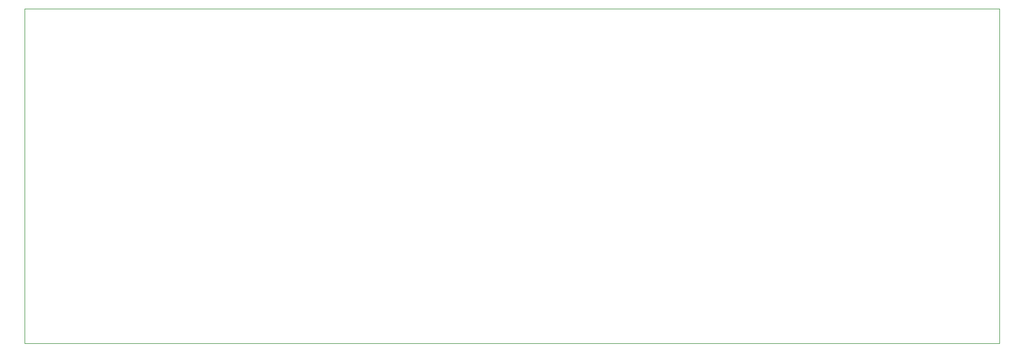
<source format=gbr>
%TF.GenerationSoftware,KiCad,Pcbnew,7.0.8-7.0.8~ubuntu20.04.1*%
%TF.CreationDate,2023-10-29T15:28:37+01:00*%
%TF.ProjectId,Hardware_2,48617264-7761-4726-955f-322e6b696361,rev?*%
%TF.SameCoordinates,Original*%
%TF.FileFunction,Profile,NP*%
%FSLAX46Y46*%
G04 Gerber Fmt 4.6, Leading zero omitted, Abs format (unit mm)*
G04 Created by KiCad (PCBNEW 7.0.8-7.0.8~ubuntu20.04.1) date 2023-10-29 15:28:37*
%MOMM*%
%LPD*%
G01*
G04 APERTURE LIST*
%TA.AperFunction,Profile*%
%ADD10C,0.100000*%
%TD*%
G04 APERTURE END LIST*
D10*
X65000000Y-70000000D02*
X216000000Y-70000000D01*
X216000000Y-18000000D02*
X65000000Y-18000000D01*
X216000000Y-70000000D02*
X216000000Y-18000000D01*
X65000000Y-18000000D02*
X65000000Y-21000000D01*
X65000000Y-21000000D02*
X65000000Y-70000000D01*
M02*

</source>
